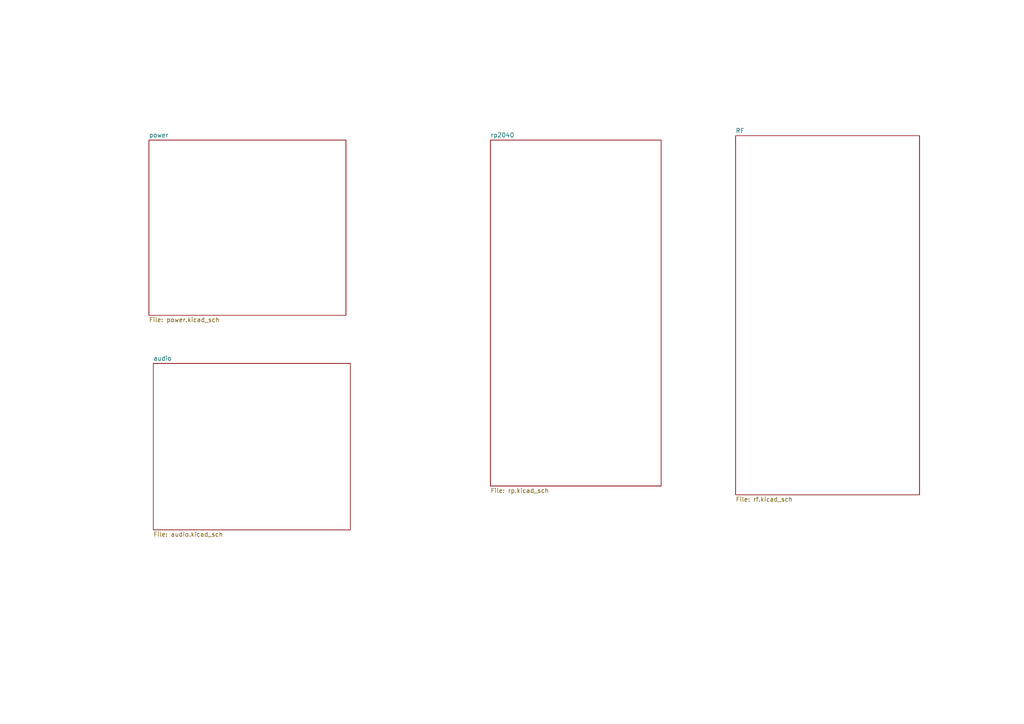
<source format=kicad_sch>
(kicad_sch (version 20211123) (generator eeschema)
  (paper "A4")
  (lib_symbols)
  (sheet (at 44.45 105.41) (size 57.15 48.26) (stroke (width 0.1524))
    (property "Sheet name" "audio" (at 44.45 104.6984 0) (effects (justify left bottom)))
    (property "Sheet file" "audio.kicad_sch" (at 44.45 154.2546 0) (effects (justify left top)))
  )
  (sheet (at 213.36 39.37) (size 53.34 104.14) (stroke (width 0.1524))
    (property "Sheet name" "RF" (at 213.36 38.6584 0) (effects (justify left bottom)))
    (property "Sheet file" "rf.kicad_sch" (at 213.36 144.0946 0) (effects (justify left top)))
  )
  (sheet (at 43.18 40.64) (size 57.15 50.8) (stroke (width 0.1524))
    (property "Sheet name" "power" (at 43.18 39.9284 0) (effects (justify left bottom)))
    (property "Sheet file" "power.kicad_sch" (at 43.18 92.0246 0) (effects (justify left top)))
  )
  (sheet (at 142.24 40.64) (size 49.53 100.33) (stroke (width 0.1524))
    (property "Sheet name" "rp2040" (at 142.24 39.9284 0) (effects (justify left bottom)))
    (property "Sheet file" "rp.kicad_sch" (at 142.24 141.5546 0) (effects (justify left top)))
  )
)
</source>
